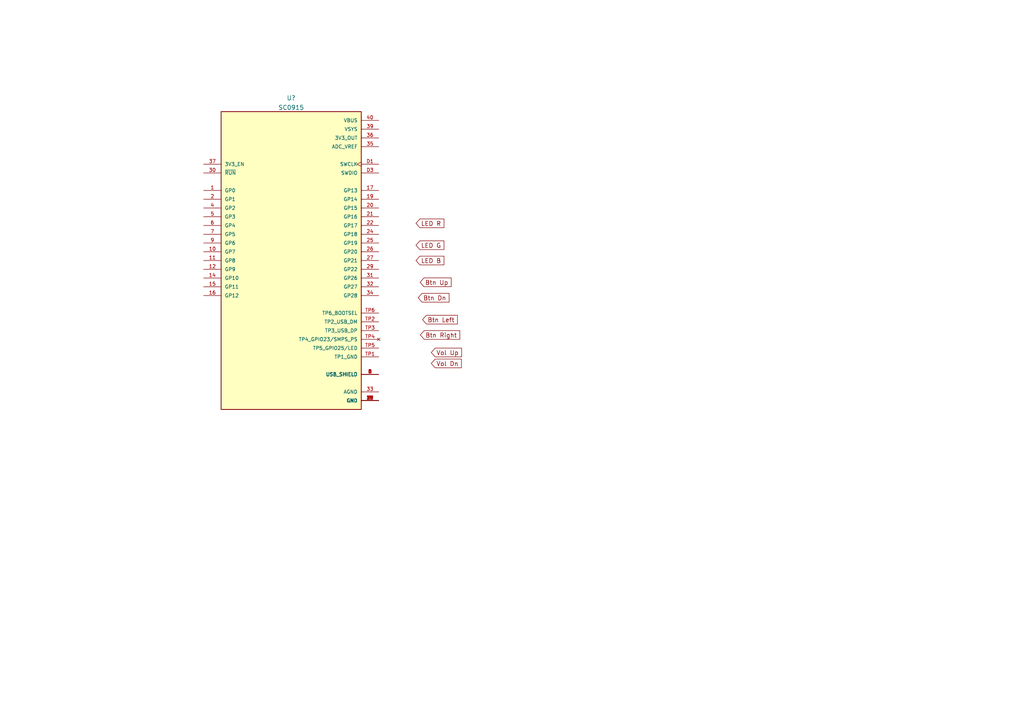
<source format=kicad_sch>
(kicad_sch (version 20211123) (generator eeschema)
  (paper "A4")
  (lib_symbols
    (symbol "Evan's misc parts:SC0915" (pin_names (offset 1.016))
      (property "Reference" "U" (at -20.32 44.069 0))
      (property "Value" "SC0915" (at -20.32 -45.72 0))
      (symbol "SC0915_0_0"
        (rectangle (start -20.32 -43.18) (end 20.32 43.18) (stroke (width 0.254)) (fill (type background)))
        (pin bidirectional line (at -25.4 20.32 0) (length 5.08) (name "GP0") (number "1"))
        (pin bidirectional line (at -25.4 2.54 0) (length 5.08) (name "GP7") (number "10"))
        (pin bidirectional line (at -25.4 0 0) (length 5.08) (name "GP8") (number "11"))
        (pin bidirectional line (at -25.4 -2.54 0) (length 5.08) (name "GP9") (number "12"))
        (pin power_in line (at 25.4 -40.64 180) (length 5.08) (name "GND") (number "13"))
        (pin bidirectional line (at -25.4 -5.08 0) (length 5.08) (name "GP10") (number "14"))
        (pin bidirectional line (at -25.4 -7.62 0) (length 5.08) (name "GP11") (number "15"))
        (pin bidirectional line (at -25.4 -10.16 0) (length 5.08) (name "GP12") (number "16"))
        (pin bidirectional line (at 25.4 20.32 180) (length 5.08) (name "GP13") (number "17"))
        (pin power_in line (at 25.4 -40.64 180) (length 5.08) (name "GND") (number "18"))
        (pin bidirectional line (at 25.4 17.78 180) (length 5.08) (name "GP14") (number "19"))
        (pin bidirectional line (at -25.4 17.78 0) (length 5.08) (name "GP1") (number "2"))
        (pin bidirectional line (at 25.4 15.24 180) (length 5.08) (name "GP15") (number "20"))
        (pin bidirectional line (at 25.4 12.7 180) (length 5.08) (name "GP16") (number "21"))
        (pin bidirectional line (at 25.4 10.16 180) (length 5.08) (name "GP17") (number "22"))
        (pin power_in line (at 25.4 -40.64 180) (length 5.08) (name "GND") (number "23"))
        (pin bidirectional line (at 25.4 7.62 180) (length 5.08) (name "GP18") (number "24"))
        (pin bidirectional line (at 25.4 5.08 180) (length 5.08) (name "GP19") (number "25"))
        (pin bidirectional line (at 25.4 2.54 180) (length 5.08) (name "GP20") (number "26"))
        (pin bidirectional line (at 25.4 0 180) (length 5.08) (name "GP21") (number "27"))
        (pin power_in line (at 25.4 -40.64 180) (length 5.08) (name "GND") (number "28"))
        (pin bidirectional line (at 25.4 -2.54 180) (length 5.08) (name "GP22") (number "29"))
        (pin power_in line (at 25.4 -40.64 180) (length 5.08) (name "GND") (number "3"))
        (pin input line (at -25.4 25.4 0) (length 5.08) (name "~{RUN}") (number "30"))
        (pin bidirectional line (at 25.4 -5.08 180) (length 5.08) (name "GP26") (number "31"))
        (pin bidirectional line (at 25.4 -7.62 180) (length 5.08) (name "GP27") (number "32"))
        (pin power_in line (at 25.4 -38.1 180) (length 5.08) (name "AGND") (number "33"))
        (pin bidirectional line (at 25.4 -10.16 180) (length 5.08) (name "GP28") (number "34"))
        (pin power_in line (at 25.4 33.02 180) (length 5.08) (name "ADC_VREF") (number "35"))
        (pin power_in line (at 25.4 35.56 180) (length 5.08) (name "3V3_OUT") (number "36"))
        (pin input line (at -25.4 27.94 0) (length 5.08) (name "3V3_EN") (number "37"))
        (pin power_in line (at 25.4 -40.64 180) (length 5.08) (name "GND") (number "38"))
        (pin power_in line (at 25.4 38.1 180) (length 5.08) (name "VSYS") (number "39"))
        (pin bidirectional line (at -25.4 15.24 0) (length 5.08) (name "GP2") (number "4"))
        (pin power_in line (at 25.4 40.64 180) (length 5.08) (name "VBUS") (number "40"))
        (pin bidirectional line (at -25.4 12.7 0) (length 5.08) (name "GP3") (number "5"))
        (pin bidirectional line (at -25.4 10.16 0) (length 5.08) (name "GP4") (number "6"))
        (pin bidirectional line (at -25.4 7.62 0) (length 5.08) (name "GP5") (number "7"))
        (pin power_in line (at 25.4 -40.64 180) (length 5.08) (name "GND") (number "8"))
        (pin bidirectional line (at -25.4 5.08 0) (length 5.08) (name "GP6") (number "9"))
        (pin power_in line (at 25.4 -33.02 180) (length 5.08) (name "USB_SHIELD") (number "A"))
        (pin power_in line (at 25.4 -33.02 180) (length 5.08) (name "USB_SHIELD") (number "B"))
        (pin power_in line (at 25.4 -33.02 180) (length 5.08) (name "USB_SHIELD") (number "C"))
        (pin power_in line (at 25.4 -33.02 180) (length 5.08) (name "USB_SHIELD") (number "D"))
        (pin input clock (at 25.4 27.94 180) (length 5.08) (name "SWCLK") (number "D1"))
        (pin power_in line (at 25.4 -40.64 180) (length 5.08) (name "GND") (number "D2"))
        (pin bidirectional line (at 25.4 25.4 180) (length 5.08) (name "SWDIO") (number "D3"))
        (pin power_in line (at 25.4 -27.94 180) (length 5.08) (name "TP1_GND") (number "TP1"))
        (pin bidirectional line (at 25.4 -17.78 180) (length 5.08) (name "TP2_USB_DM") (number "TP2"))
        (pin bidirectional line (at 25.4 -20.32 180) (length 5.08) (name "TP3_USB_DP") (number "TP3"))
        (pin no_connect line (at 25.4 -22.86 180) (length 5.08) (name "TP4_GPIO23/SMPS_PS") (number "TP4"))
        (pin output line (at 25.4 -25.4 180) (length 5.08) (name "TP5_GPIO25/LED") (number "TP5"))
        (pin input line (at 25.4 -15.24 180) (length 5.08) (name "TP6_BOOTSEL") (number "TP6"))
      )
    )
  )
  (global_label "Btn Right" (shape input) (at 121.92 97.155 0) (property "Intersheet References" "${INTERSHEET_REFS}" (effects hide)))
  (global_label "LED G" (shape input) (at 120.65 71.12 0) (property "Intersheet References" "${INTERSHEET_REFS}" (effects hide)))
  (global_label "LED R" (shape input) (at 120.65 64.77 0) (property "Intersheet References" "${INTERSHEET_REFS}" (effects hide)))
  (global_label "Btn Dn" (shape input) (at 121.285 86.36 0) (property "Intersheet References" "${INTERSHEET_REFS}" (effects hide)))
  (global_label "Btn Up" (shape input) (at 121.8384 81.8756 0) (property "Intersheet References" "${INTERSHEET_REFS}" (effects hide)))
  (global_label "Btn Left" (shape input) (at 122.555 92.71 0) (property "Intersheet References" "${INTERSHEET_REFS}" (effects hide)))
  (global_label "Vol Up" (shape input) (at 125.095 102.235 0) (property "Intersheet References" "${INTERSHEET_REFS}" (effects hide)))
  (global_label "LED B" (shape input) (at 120.65 75.565 0) (property "Intersheet References" "${INTERSHEET_REFS}" (effects hide)))
  (global_label "Vol Dn" (shape input) (at 125.095 105.41 0) (property "Intersheet References" "${INTERSHEET_REFS}" (effects hide)))
  (symbol (lib_id "Evan's misc parts:SC0915") (at 84.455 75.565 0) (unit 1)
    (property "Reference" "U?" (at 84.455 28.4185 0))
    (property "Value" "SC0915" (at 84.455 31.1936 0))
    (property "Footprint" "MODULE_SC0915" (effects hide))
    (property "STANDARD" "Manufacturer Recommendations" (effects hide))
    (property "MAXIMUM_PACKAGE_HEIGHT" "3.73mm" (effects hide))
    (property "MANUFACTURER" "Raspberry Pi" (effects hide))
    (property "PARTREV" "1.6" (effects hide))
  )
)
</source>
